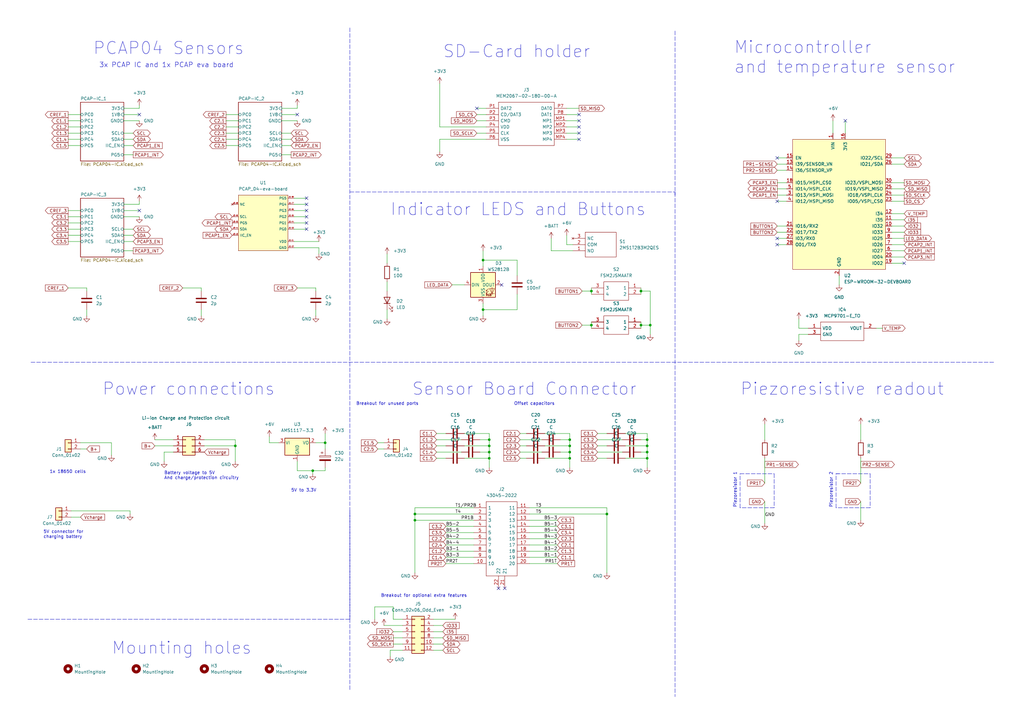
<source format=kicad_sch>
(kicad_sch (version 20211123) (generator eeschema)
  (paper "A3")
  (junction (at 200.66 187.96))
  (junction (at 233.68 187.96))
  (junction (at 265.43 182.88))
  (junction (at 233.68 182.88))
  (junction (at 262.89 133.35))
  (junction (at 265.43 180.34))
  (junction (at 170.18 213.36))
  (junction (at 233.68 185.42))
  (junction (at 262.89 119.38))
  (junction (at 96.52 182.88))
  (junction (at 248.92 210.82))
  (junction (at 200.66 185.42))
  (junction (at 266.7 133.35))
  (junction (at 200.66 180.34))
  (junction (at 233.68 180.34))
  (junction (at 133.35 181.61))
  (junction (at 265.43 185.42))
  (junction (at 198.12 127))
  (junction (at 128.27 193.04))
  (junction (at 198.12 106.68))
  (junction (at 265.43 187.96))
  (junction (at 170.18 210.82))
  (junction (at 200.66 182.88))
  (junction (at 242.57 133.35))
  (junction (at 242.57 119.38))
  (no_connect (at 205.74 116.84))
  (no_connect (at 318.77 82.55))
  (no_connect (at 346.71 49.53))
  (no_connect (at 318.77 64.77))
  (no_connect (at 318.77 97.79))
  (no_connect (at 318.77 100.33))
  (no_connect (at 237.49 54.61))
  (no_connect (at 237.49 57.15))
  (no_connect (at 237.49 52.07))
  (no_connect (at 237.49 49.53))
  (no_connect (at 121.92 46.99))
  (no_connect (at 57.15 46.99))
  (no_connect (at 57.15 86.36))
  (no_connect (at 237.49 46.99))
  (no_connect (at 195.58 44.45))
  (no_connect (at 125.73 93.98))
  (no_connect (at 125.73 83.82))
  (no_connect (at 125.73 81.28))
  (no_connect (at 125.73 91.44))
  (no_connect (at 125.73 88.9))
  (no_connect (at 125.73 86.36))
  (no_connect (at 370.84 107.95))
  (no_connect (at 207.01 241.3))
  (no_connect (at 204.47 241.3))
  (wire (pts (xy 327.66 139.7) (xy 327.66 137.16)))
  (wire (pts (xy 313.69 187.96) (xy 313.69 198.12)))
  (wire (pts (xy 27.94 118.11) (xy 35.56 118.11)))
  (wire (pts (xy 248.92 208.28) (xy 248.92 210.82)))
  (wire (pts (xy 133.35 184.15) (xy 133.35 181.61)))
  (wire (pts (xy 27.94 54.61) (xy 33.02 54.61)))
  (wire (pts (xy 198.12 106.68) (xy 198.12 109.22)))
  (wire (pts (xy 27.94 99.06) (xy 33.02 99.06)))
  (wire (pts (xy 318.77 95.25) (xy 322.58 95.25)))
  (wire (pts (xy 182.88 223.52) (xy 194.31 223.52)))
  (wire (pts (xy 50.8 88.9) (xy 57.15 88.9)))
  (polyline (pts (xy 342.9 208.28) (xy 342.9 194.31)))
  (polyline (pts (xy 356.87 194.31) (xy 356.87 208.28)))
  (wire (pts (xy 120.65 88.9) (xy 125.73 88.9)))
  (wire (pts (xy 120.65 91.44) (xy 125.73 91.44)))
  (wire (pts (xy 177.8 254) (xy 186.69 254)))
  (wire (pts (xy 318.77 69.85) (xy 322.58 69.85)))
  (wire (pts (xy 232.41 44.45) (xy 237.49 44.45)))
  (wire (pts (xy 217.17 215.9) (xy 228.6 215.9)))
  (wire (pts (xy 115.57 57.15) (xy 119.38 57.15)))
  (polyline (pts (xy 303.53 194.31) (xy 317.5 194.31)))
  (wire (pts (xy 229.87 180.34) (xy 233.68 180.34)))
  (wire (pts (xy 238.76 119.38) (xy 242.57 119.38)))
  (wire (pts (xy 133.35 177.8) (xy 133.35 181.61)))
  (polyline (pts (xy 342.9 194.31) (xy 356.87 194.31)))
  (wire (pts (xy 35.56 127) (xy 35.56 129.54)))
  (wire (pts (xy 198.12 127) (xy 198.12 129.54)))
  (wire (pts (xy 195.58 54.61) (xy 199.39 54.61)))
  (wire (pts (xy 96.52 182.88) (xy 96.52 180.34)))
  (wire (pts (xy 190.5 182.88) (xy 200.66 182.88)))
  (wire (pts (xy 161.29 264.16) (xy 165.1 264.16)))
  (wire (pts (xy 92.71 46.99) (xy 97.79 46.99)))
  (wire (pts (xy 256.54 177.8) (xy 265.43 177.8)))
  (wire (pts (xy 161.29 254) (xy 161.29 248.92)))
  (wire (pts (xy 232.41 54.61) (xy 237.49 54.61)))
  (wire (pts (xy 232.41 96.52) (xy 232.41 100.33)))
  (wire (pts (xy 233.68 187.96) (xy 233.68 191.77)))
  (wire (pts (xy 200.66 185.42) (xy 200.66 187.96)))
  (polyline (pts (xy 276.86 78.74) (xy 276.86 80.01)))
  (wire (pts (xy 92.71 52.07) (xy 97.79 52.07)))
  (wire (pts (xy 232.41 49.53) (xy 237.49 49.53)))
  (wire (pts (xy 365.76 67.31) (xy 370.84 67.31)))
  (wire (pts (xy 232.41 52.07) (xy 237.49 52.07)))
  (wire (pts (xy 179.07 180.34) (xy 189.23 180.34)))
  (wire (pts (xy 226.06 102.87) (xy 226.06 97.79)))
  (wire (pts (xy 265.43 187.96) (xy 265.43 191.77)))
  (polyline (pts (xy 317.5 208.28) (xy 303.53 208.28)))
  (polyline (pts (xy 143.51 78.74) (xy 276.86 78.74)))
  (wire (pts (xy 177.8 259.08) (xy 181.61 259.08)))
  (wire (pts (xy 120.65 83.82) (xy 125.73 83.82)))
  (wire (pts (xy 92.71 49.53) (xy 97.79 49.53)))
  (wire (pts (xy 365.76 100.33) (xy 370.84 100.33)))
  (wire (pts (xy 27.94 91.44) (xy 33.02 91.44)))
  (wire (pts (xy 121.92 193.04) (xy 128.27 193.04)))
  (wire (pts (xy 27.94 49.53) (xy 33.02 49.53)))
  (wire (pts (xy 248.92 210.82) (xy 248.92 234.95)))
  (wire (pts (xy 327.66 130.81) (xy 327.66 134.62)))
  (wire (pts (xy 33.02 184.15) (xy 35.56 184.15)))
  (wire (pts (xy 161.29 248.92) (xy 153.67 248.92)))
  (wire (pts (xy 232.41 57.15) (xy 237.49 57.15)))
  (wire (pts (xy 365.76 107.95) (xy 370.84 107.95)))
  (wire (pts (xy 115.57 59.69) (xy 119.38 59.69)))
  (polyline (pts (xy 143.51 254) (xy 143.51 209.55)))
  (wire (pts (xy 179.07 187.96) (xy 182.88 187.96)))
  (wire (pts (xy 182.88 215.9) (xy 194.31 215.9)))
  (wire (pts (xy 63.5 180.34) (xy 71.12 180.34)))
  (wire (pts (xy 318.77 82.55) (xy 322.58 82.55)))
  (wire (pts (xy 212.09 127) (xy 198.12 127)))
  (wire (pts (xy 262.89 180.34) (xy 265.43 180.34)))
  (wire (pts (xy 212.09 106.68) (xy 198.12 106.68)))
  (wire (pts (xy 180.34 62.23) (xy 180.34 57.15)))
  (wire (pts (xy 35.56 118.11) (xy 35.56 119.38)))
  (wire (pts (xy 170.18 213.36) (xy 170.18 234.95)))
  (wire (pts (xy 170.18 208.28) (xy 170.18 210.82)))
  (wire (pts (xy 182.88 226.06) (xy 194.31 226.06)))
  (wire (pts (xy 63.5 182.88) (xy 71.12 182.88)))
  (wire (pts (xy 262.89 133.35) (xy 266.7 133.35)))
  (polyline (pts (xy 303.53 208.28) (xy 303.53 194.31)))
  (wire (pts (xy 242.57 133.35) (xy 242.57 134.62)))
  (wire (pts (xy 92.71 54.61) (xy 97.79 54.61)))
  (wire (pts (xy 318.77 80.01) (xy 322.58 80.01)))
  (wire (pts (xy 365.76 92.71) (xy 370.84 92.71)))
  (wire (pts (xy 365.76 90.17) (xy 370.84 90.17)))
  (polyline (pts (xy 143.51 11.43) (xy 143.51 283.21)))
  (wire (pts (xy 266.7 133.35) (xy 266.7 137.16)))
  (wire (pts (xy 190.5 187.96) (xy 200.66 187.96)))
  (wire (pts (xy 265.43 177.8) (xy 265.43 180.34)))
  (wire (pts (xy 121.92 44.45) (xy 115.57 44.45)))
  (wire (pts (xy 359.41 134.62) (xy 361.95 134.62)))
  (wire (pts (xy 233.68 182.88) (xy 233.68 185.42)))
  (wire (pts (xy 115.57 63.5) (xy 119.38 63.5)))
  (polyline (pts (xy 356.87 208.28) (xy 342.9 208.28)))
  (wire (pts (xy 245.11 187.96) (xy 248.92 187.96)))
  (wire (pts (xy 177.8 256.54) (xy 181.61 256.54)))
  (wire (pts (xy 262.89 118.11) (xy 262.89 119.38)))
  (wire (pts (xy 195.58 46.99) (xy 199.39 46.99)))
  (wire (pts (xy 245.11 180.34) (xy 255.27 180.34)))
  (wire (pts (xy 265.43 180.34) (xy 265.43 182.88)))
  (wire (pts (xy 27.94 93.98) (xy 33.02 93.98)))
  (wire (pts (xy 129.54 118.11) (xy 129.54 119.38)))
  (wire (pts (xy 266.7 119.38) (xy 262.89 119.38)))
  (wire (pts (xy 128.27 193.04) (xy 128.27 194.31)))
  (wire (pts (xy 57.15 43.18) (xy 57.15 44.45)))
  (wire (pts (xy 353.06 173.99) (xy 353.06 180.34)))
  (wire (pts (xy 130.81 101.6) (xy 120.65 101.6)))
  (wire (pts (xy 266.7 119.38) (xy 266.7 133.35)))
  (wire (pts (xy 233.68 180.34) (xy 233.68 182.88)))
  (wire (pts (xy 177.8 261.62) (xy 181.61 261.62)))
  (wire (pts (xy 179.07 185.42) (xy 189.23 185.42)))
  (wire (pts (xy 83.82 182.88) (xy 96.52 182.88)))
  (wire (pts (xy 245.11 182.88) (xy 248.92 182.88)))
  (wire (pts (xy 265.43 182.88) (xy 265.43 185.42)))
  (wire (pts (xy 153.67 248.92) (xy 153.67 254)))
  (wire (pts (xy 182.88 228.6) (xy 194.31 228.6)))
  (wire (pts (xy 200.66 180.34) (xy 200.66 182.88)))
  (wire (pts (xy 29.21 212.09) (xy 33.02 212.09)))
  (wire (pts (xy 217.17 231.14) (xy 228.6 231.14)))
  (wire (pts (xy 213.36 187.96) (xy 215.9 187.96)))
  (wire (pts (xy 245.11 185.42) (xy 255.27 185.42)))
  (wire (pts (xy 346.71 49.53) (xy 346.71 54.61)))
  (wire (pts (xy 365.76 97.79) (xy 370.84 97.79)))
  (wire (pts (xy 213.36 180.34) (xy 222.25 180.34)))
  (wire (pts (xy 313.69 205.74) (xy 313.69 214.63)))
  (wire (pts (xy 120.65 93.98) (xy 125.73 93.98)))
  (wire (pts (xy 121.92 43.18) (xy 121.92 44.45)))
  (wire (pts (xy 92.71 57.15) (xy 97.79 57.15)))
  (wire (pts (xy 318.77 74.93) (xy 322.58 74.93)))
  (wire (pts (xy 133.35 181.61) (xy 129.54 181.61)))
  (wire (pts (xy 327.66 137.16) (xy 331.47 137.16)))
  (wire (pts (xy 82.55 127) (xy 82.55 129.54)))
  (wire (pts (xy 196.85 185.42) (xy 200.66 185.42)))
  (wire (pts (xy 129.54 127) (xy 129.54 129.54)))
  (wire (pts (xy 120.65 86.36) (xy 125.73 86.36)))
  (wire (pts (xy 50.8 96.52) (xy 54.61 96.52)))
  (wire (pts (xy 50.8 54.61) (xy 54.61 54.61)))
  (wire (pts (xy 27.94 59.69) (xy 33.02 59.69)))
  (wire (pts (xy 262.89 185.42) (xy 265.43 185.42)))
  (wire (pts (xy 33.02 181.61) (xy 45.72 181.61)))
  (wire (pts (xy 365.76 102.87) (xy 370.84 102.87)))
  (wire (pts (xy 165.1 254) (xy 161.29 254)))
  (wire (pts (xy 256.54 182.88) (xy 265.43 182.88)))
  (wire (pts (xy 318.77 92.71) (xy 322.58 92.71)))
  (wire (pts (xy 170.18 210.82) (xy 170.18 213.36)))
  (wire (pts (xy 110.49 179.07) (xy 110.49 181.61)))
  (wire (pts (xy 50.8 93.98) (xy 54.61 93.98)))
  (wire (pts (xy 67.31 185.42) (xy 71.12 185.42)))
  (wire (pts (xy 195.58 44.45) (xy 199.39 44.45)))
  (wire (pts (xy 57.15 83.82) (xy 50.8 83.82)))
  (wire (pts (xy 200.66 177.8) (xy 200.66 180.34)))
  (wire (pts (xy 182.88 220.98) (xy 194.31 220.98)))
  (wire (pts (xy 177.8 264.16) (xy 181.61 264.16)))
  (wire (pts (xy 262.89 119.38) (xy 262.89 120.65)))
  (wire (pts (xy 115.57 46.99) (xy 121.92 46.99)))
  (wire (pts (xy 160.02 266.7) (xy 165.1 266.7)))
  (wire (pts (xy 217.17 223.52) (xy 228.6 223.52)))
  (wire (pts (xy 120.65 81.28) (xy 125.73 81.28)))
  (wire (pts (xy 50.8 86.36) (xy 57.15 86.36)))
  (wire (pts (xy 256.54 187.96) (xy 265.43 187.96)))
  (wire (pts (xy 180.34 34.29) (xy 180.34 52.07)))
  (wire (pts (xy 161.29 259.08) (xy 165.1 259.08)))
  (wire (pts (xy 57.15 82.55) (xy 57.15 83.82)))
  (wire (pts (xy 160.02 269.24) (xy 160.02 266.7)))
  (wire (pts (xy 92.71 59.69) (xy 97.79 59.69)))
  (polyline (pts (xy 12.7 148.59) (xy 407.67 148.59)))
  (wire (pts (xy 27.94 96.52) (xy 33.02 96.52)))
  (wire (pts (xy 158.75 104.14) (xy 158.75 107.95)))
  (wire (pts (xy 158.75 127) (xy 158.75 130.81)))
  (wire (pts (xy 365.76 105.41) (xy 370.84 105.41)))
  (wire (pts (xy 195.58 49.53) (xy 199.39 49.53)))
  (wire (pts (xy 245.11 177.8) (xy 248.92 177.8)))
  (wire (pts (xy 353.06 187.96) (xy 353.06 198.12)))
  (wire (pts (xy 223.52 177.8) (xy 233.68 177.8)))
  (wire (pts (xy 318.77 100.33) (xy 322.58 100.33)))
  (wire (pts (xy 198.12 124.46) (xy 198.12 127)))
  (wire (pts (xy 242.57 118.11) (xy 242.57 119.38)))
  (wire (pts (xy 242.57 132.08) (xy 242.57 133.35)))
  (wire (pts (xy 365.76 64.77) (xy 370.84 64.77)))
  (wire (pts (xy 182.88 218.44) (xy 194.31 218.44)))
  (wire (pts (xy 344.17 113.03) (xy 344.17 116.84)))
  (wire (pts (xy 27.94 52.07) (xy 33.02 52.07)))
  (wire (pts (xy 157.48 256.54) (xy 165.1 256.54)))
  (wire (pts (xy 223.52 187.96) (xy 233.68 187.96)))
  (wire (pts (xy 180.34 57.15) (xy 199.39 57.15)))
  (wire (pts (xy 180.34 52.07) (xy 199.39 52.07)))
  (wire (pts (xy 50.8 46.99) (xy 57.15 46.99)))
  (wire (pts (xy 365.76 82.55) (xy 370.84 82.55)))
  (wire (pts (xy 133.35 191.77) (xy 133.35 193.04)))
  (wire (pts (xy 27.94 57.15) (xy 33.02 57.15)))
  (wire (pts (xy 121.92 118.11) (xy 129.54 118.11)))
  (wire (pts (xy 200.66 182.88) (xy 200.66 185.42)))
  (wire (pts (xy 262.89 132.08) (xy 262.89 133.35)))
  (wire (pts (xy 57.15 44.45) (xy 50.8 44.45)))
  (wire (pts (xy 233.68 185.42) (xy 233.68 187.96)))
  (wire (pts (xy 242.57 119.38) (xy 242.57 120.65)))
  (wire (pts (xy 223.52 182.88) (xy 233.68 182.88)))
  (wire (pts (xy 212.09 113.03) (xy 212.09 106.68)))
  (wire (pts (xy 45.72 181.61) (xy 45.72 186.69)))
  (wire (pts (xy 130.81 104.14) (xy 130.81 101.6)))
  (wire (pts (xy 115.57 49.53) (xy 121.92 49.53)))
  (wire (pts (xy 217.17 218.44) (xy 228.6 218.44)))
  (wire (pts (xy 50.8 63.5) (xy 54.61 63.5)))
  (wire (pts (xy 74.93 118.11) (xy 82.55 118.11)))
  (wire (pts (xy 365.76 77.47) (xy 370.84 77.47)))
  (wire (pts (xy 365.76 87.63) (xy 370.84 87.63)))
  (wire (pts (xy 229.87 185.42) (xy 233.68 185.42)))
  (wire (pts (xy 232.41 46.99) (xy 237.49 46.99)))
  (wire (pts (xy 200.66 187.96) (xy 200.66 191.77)))
  (wire (pts (xy 182.88 231.14) (xy 194.31 231.14)))
  (wire (pts (xy 196.85 180.34) (xy 200.66 180.34)))
  (wire (pts (xy 27.94 46.99) (xy 33.02 46.99)))
  (wire (pts (xy 213.36 182.88) (xy 215.9 182.88)))
  (wire (pts (xy 217.17 213.36) (xy 228.6 213.36)))
  (wire (pts (xy 365.76 74.93) (xy 370.84 74.93)))
  (wire (pts (xy 198.12 102.87) (xy 198.12 106.68)))
  (wire (pts (xy 262.89 133.35) (xy 262.89 134.62)))
  (wire (pts (xy 265.43 185.42) (xy 265.43 187.96)))
  (wire (pts (xy 217.17 208.28) (xy 248.92 208.28)))
  (wire (pts (xy 318.77 77.47) (xy 322.58 77.47)))
  (wire (pts (xy 50.8 59.69) (xy 54.61 59.69)))
  (wire (pts (xy 213.36 177.8) (xy 215.9 177.8)))
  (wire (pts (xy 365.76 80.01) (xy 370.84 80.01)))
  (wire (pts (xy 341.63 49.53) (xy 341.63 54.61)))
  (wire (pts (xy 27.94 86.36) (xy 33.02 86.36)))
  (wire (pts (xy 53.34 209.55) (xy 53.34 210.82)))
  (wire (pts (xy 110.49 181.61) (xy 114.3 181.61)))
  (wire (pts (xy 313.69 173.99) (xy 313.69 180.34)))
  (wire (pts (xy 67.31 189.23) (xy 67.31 185.42)))
  (wire (pts (xy 177.8 266.7) (xy 181.61 266.7)))
  (wire (pts (xy 120.65 99.06) (xy 130.81 99.06)))
  (wire (pts (xy 50.8 57.15) (xy 54.61 57.15)))
  (wire (pts (xy 318.77 64.77) (xy 322.58 64.77)))
  (wire (pts (xy 234.95 100.33) (xy 232.41 100.33)))
  (wire (pts (xy 133.35 193.04) (xy 128.27 193.04)))
  (wire (pts (xy 318.77 67.31) (xy 322.58 67.31)))
  (wire (pts (xy 170.18 213.36) (xy 194.31 213.36)))
  (wire (pts (xy 82.55 118.11) (xy 82.55 119.38)))
  (wire (pts (xy 238.76 133.35) (xy 242.57 133.35)))
  (wire (pts (xy 50.8 102.87) (xy 54.61 102.87)))
  (wire (pts (xy 154.94 184.15) (xy 157.48 184.15)))
  (wire (pts (xy 96.52 189.23) (xy 96.52 182.88)))
  (wire (pts (xy 327.66 134.62) (xy 331.47 134.62)))
  (polyline (pts (xy 276.86 12.7) (xy 276.86 285.75)))
  (wire (pts (xy 27.94 88.9) (xy 33.02 88.9)))
  (wire (pts (xy 170.18 208.28) (xy 194.31 208.28)))
  (wire (pts (xy 50.8 49.53) (xy 57.15 49.53)))
  (wire (pts (xy 29.21 209.55) (xy 53.34 209.55)))
  (polyline (pts (xy 342.9 194.31) (xy 344.17 194.31)))
  (wire (pts (xy 154.94 181.61) (xy 157.48 181.61)))
  (wire (pts (xy 213.36 185.42) (xy 222.25 185.42)))
  (wire (pts (xy 158.75 115.57) (xy 158.75 119.38)))
  (wire (pts (xy 190.5 177.8) (xy 200.66 177.8)))
  (wire (pts (xy 217.17 226.06) (xy 228.6 226.06)))
  (wire (pts (xy 50.8 99.06) (xy 54.61 99.06)))
  (wire (pts (xy 179.07 182.88) (xy 182.88 182.88)))
  (wire (pts (xy 185.42 116.84) (xy 190.5 116.84)))
  (wire (pts (xy 170.18 210.82) (xy 194.31 210.82)))
  (wire (pts (xy 318.77 97.79) (xy 322.58 97.79)))
  (wire (pts (xy 161.29 261.62) (xy 165.1 261.62)))
  (wire (pts (xy 365.76 95.25) (xy 370.84 95.25)))
  (wire (pts (xy 233.68 177.8) (xy 233.68 180.34)))
  (wire (pts (xy 121.92 189.23) (xy 121.92 193.04)))
  (wire (pts (xy 212.09 120.65) (xy 212.09 127)))
  (polyline (pts (xy 317.5 194.31) (xy 317.5 208.28)))
  (polyline (pts (xy 11.43 254) (xy 143.51 254)))
  (wire (pts (xy 217.17 220.98) (xy 228.6 220.98)))
  (wire (pts (xy 179.07 177.8) (xy 182.88 177.8)))
  (wire (pts (xy 217.17 228.6) (xy 228.6 228.6)))
  (wire (pts (xy 248.92 210.82) (xy 217.17 210.82)))
  (wire (pts (xy 96.52 180.34) (xy 83.82 180.34)))
  (wire (pts (xy 115.57 54.61) (xy 119.38 54.61)))
  (wire (pts (xy 226.06 102.87) (xy 234.95 102.87)))
  (wire (pts (xy 353.06 205.74) (xy 353.06 213.36)))
  (text "Power connections" (at 41.91 162.56 0) (effects (font (size 5 5)) (justify left bottom)))
  (text "Mounting holes\n\n" (at 45.72 276.86 0) (effects (font (size 5 5)) (justify left bottom)))
  (text "Breakout for unused ports" (at 146.05 166.37 0) (effects (font (size 1.27 1.27)) (justify left bottom)))
  (text "Indicator LEDS and Buttons" (at 160.02 88.9 0) (effects (font (size 5 5)) (justify left bottom)))
  (text "5V to 3.3V" (at 119.38 201.93 0) (effects (font (size 1.27 1.27)) (justify left bottom)))
  (text "Battery voltage to 5V\nAnd charge/protection circuitry" (at 67.31 196.85 0) (effects (font (size 1.27 1.27)) (justify left bottom)))
  (text "Offset capacitors" (at 210.82 166.37 0) (effects (font (size 1.27 1.27)) (justify left bottom)))
  (text "5V connector for\ncharging battery" (at 17.78 220.98 0) (effects (font (size 1.27 1.27)) (justify left bottom)))
  (text "1x 18650 cells" (at 20.32 194.31 0) (effects (font (size 1.27 1.27)) (justify left bottom)))
  (text "Piezoresistor 1" (at 302.26 208.28 90) (effects (font (size 1.27 1.27)) (justify left bottom)))
  (text "Sensor Board Connector" (at 168.91 162.56 0) (effects (font (size 5 5)) (justify left bottom)))
  (text "PCAP04 Sensors" (at 38.1 22.86 0) (effects (font (size 5 5)) (justify left bottom)))
  (text "SD-Card holder" (at 181.61 24.13 0) (effects (font (size 5 5)) (justify left bottom)))
  (text "Breakout for optional extra features" (at 156.21 245.11 0) (effects (font (size 1.27 1.27)) (justify left bottom)))
  (text "Piezoresistive readout" (at 303.53 162.56 0) (effects (font (size 5 5)) (justify left bottom)))
  (text "3x PCAP IC and 1x PCAP eva board" (at 40.64 27.94 0) (effects (font (size 2 2)) (justify left bottom)))
  (text "Piezoresistor 2" (at 341.63 208.28 90) (effects (font (size 1.27 1.27)) (justify left bottom)))
  (text "Microcontroller\nand temperature sensor" (at 300.99 30.48 0) (effects (font (size 5 5)) (justify left bottom)))
  (label "PR2T" (at 182.88 231.14 0))
  (label "B4-1" (at 228.6 223.52 180))
  (label "T4" (at 186.69 210.82 0))
  (label "B1-1" (at 228.6 228.6 180))
  (label "B4-4" (at 182.88 223.52 0))
  (label "T3" (at 219.71 208.28 0))
  (label "PR1T" (at 223.52 231.14 0))
  (label "B4-3" (at 228.6 220.98 180))
  (label "B4-2" (at 182.88 220.98 0))
  (label "PR1B" (at 194.31 213.36 180))
  (label "T5" (at 219.71 210.82 0))
  (label "B3-1" (at 182.88 226.06 0))
  (label "GND" (at 313.69 212.09 0))
  (label "B3-2" (at 228.6 226.06 180))
  (label "B5-1" (at 228.6 215.9 180))
  (label "B5-5" (at 182.88 218.44 0))
  (label "B5-4" (at 228.6 218.44 180))
  (label "B5-2" (at 182.88 215.9 0))
  (label "T1{slash}PR2B" (at 186.69 208.28 0))
  (label "B3-3" (at 182.88 228.6 0))
  (label "B5-3" (at 228.6 213.36 180))
  (global_label "C3.2" (shape input) (at 182.88 215.9 180) (property "Intersheet References" "${INTERSHEET_REFS}" (effects hide)))
  (global_label "IO33" (shape input) (at 370.84 95.25 0) (property "Intersheet References" "${INTERSHEET_REFS}" (effects hide)))
  (global_label "C1.2" (shape input) (at 179.07 180.34 180) (property "Intersheet References" "${INTERSHEET_REFS}" (effects hide)))
  (global_label "PCAP3_INT" (shape output) (at 54.61 102.87 0) (property "Intersheet References" "${INTERSHEET_REFS}" (effects hide)))
  (global_label "SDA" (shape bidirectional) (at 54.61 96.52 0) (property "Intersheet References" "${INTERSHEET_REFS}" (effects hide)))
  (global_label "C3.2" (shape input) (at 245.11 180.34 180) (property "Intersheet References" "${INTERSHEET_REFS}" (effects hide)))
  (global_label "C2.2" (shape input) (at 182.88 220.98 180) (property "Intersheet References" "${INTERSHEET_REFS}" (effects hide)))
  (global_label "C2.1" (shape output) (at 92.71 49.53 180) (property "Intersheet References" "${INTERSHEET_REFS}" (effects hide)))
  (global_label "C1.4" (shape input) (at 179.07 185.42 180) (property "Intersheet References" "${INTERSHEET_REFS}" (effects hide)))
  (global_label "CREF_3" (shape input) (at 121.92 118.11 180) (property "Intersheet References" "${INTERSHEET_REFS}" (effects hide)))
  (global_label "SD_MISO" (shape input) (at 370.84 77.47 0) (property "Intersheet References" "${INTERSHEET_REFS}" (effects hide)))
  (global_label "PCAP2_EN" (shape input) (at 119.38 59.69 0) (property "Intersheet References" "${INTERSHEET_REFS}" (effects hide)))
  (global_label "PR1T" (shape input) (at 313.69 198.12 180) (property "Intersheet References" "${INTERSHEET_REFS}" (effects hide)))
  (global_label "PCAP3_INT" (shape input) (at 370.84 105.41 0) (property "Intersheet References" "${INTERSHEET_REFS}" (effects hide)))
  (global_label "C2.4" (shape output) (at 92.71 57.15 180) (property "Intersheet References" "${INTERSHEET_REFS}" (effects hide)))
  (global_label "SD_MISO" (shape input) (at 181.61 261.62 0) (property "Intersheet References" "${INTERSHEET_REFS}" (effects hide)))
  (global_label "V_TEMP" (shape output) (at 361.95 134.62 0) (property "Intersheet References" "${INTERSHEET_REFS}" (effects hide)))
  (global_label "C1.5" (shape input) (at 154.94 181.61 180) (property "Intersheet References" "${INTERSHEET_REFS}" (effects hide)))
  (global_label "PR1-SENSE" (shape input) (at 318.77 67.31 180) (property "Intersheet References" "${INTERSHEET_REFS}" (effects hide)))
  (global_label "Vcharge" (shape input) (at 83.82 185.42 0) (property "Intersheet References" "${INTERSHEET_REFS}" (effects hide)))
  (global_label "SDA" (shape bidirectional) (at 54.61 57.15 0) (property "Intersheet References" "${INTERSHEET_REFS}" (effects hide)))
  (global_label "I35" (shape input) (at 181.61 259.08 0) (property "Intersheet References" "${INTERSHEET_REFS}" (effects hide)))
  (global_label "PCAP1_EN" (shape input) (at 95.25 96.52 180) (property "Intersheet References" "${INTERSHEET_REFS}" (effects hide)))
  (global_label "C3.3" (shape output) (at 27.94 93.98 180) (property "Intersheet References" "${INTERSHEET_REFS}" (effects hide)))
  (global_label "C2.1" (shape input) (at 228.6 223.52 0) (property "Intersheet References" "${INTERSHEET_REFS}" (effects hide)))
  (global_label "C2.3" (shape output) (at 92.71 54.61 180) (property "Intersheet References" "${INTERSHEET_REFS}" (effects hide)))
  (global_label "SCL" (shape bidirectional) (at 370.84 64.77 0) (property "Intersheet References" "${INTERSHEET_REFS}" (effects hide)))
  (global_label "PR2-SENSE" (shape output) (at 353.06 190.5 0) (property "Intersheet References" "${INTERSHEET_REFS}" (effects hide)))
  (global_label "PR2-SENSE" (shape input) (at 318.77 69.85 180) (property "Intersheet References" "${INTERSHEET_REFS}" (effects hide)))
  (global_label "PCAP2_INT" (shape output) (at 119.38 63.5 0) (property "Intersheet References" "${INTERSHEET_REFS}" (effects hide)))
  (global_label "SD_CS" (shape output) (at 370.84 82.55 0) (property "Intersheet References" "${INTERSHEET_REFS}" (effects hide)))
  (global_label "BUTTON1" (shape input) (at 318.77 92.71 180) (property "Intersheet References" "${INTERSHEET_REFS}" (effects hide)))
  (global_label "SD_MOSI" (shape output) (at 370.84 74.93 0) (property "Intersheet References" "${INTERSHEET_REFS}" (effects hide)))
  (global_label "GND" (shape input) (at 353.06 205.74 180) (property "Intersheet References" "${INTERSHEET_REFS}" (effects hide)))
  (global_label "PCAP1_INT" (shape output) (at 54.61 63.5 0) (property "Intersheet References" "${INTERSHEET_REFS}" (effects hide)))
  (global_label "C3.1" (shape output) (at 27.94 88.9 180) (property "Intersheet References" "${INTERSHEET_REFS}" (effects hide)))
  (global_label "BUTTON1" (shape input) (at 238.76 119.38 180) (property "Intersheet References" "${INTERSHEET_REFS}" (effects hide)))
  (global_label "C2.2" (shape input) (at 213.36 180.34 180) (property "Intersheet References" "${INTERSHEET_REFS}" (effects hide)))
  (global_label "C1.3" (shape input) (at 179.07 182.88 180) (property "Intersheet References" "${INTERSHEET_REFS}" (effects hide)))
  (global_label "C2.3" (shape input) (at 213.36 182.88 180) (property "Intersheet References" "${INTERSHEET_REFS}" (effects hide)))
  (global_label "PR2T" (shape input) (at 353.06 198.12 180) (property "Intersheet References" "${INTERSHEET_REFS}" (effects hide)))
  (global_label "C2.5" (shape output) (at 92.71 59.69 180) (property "Intersheet References" "${INTERSHEET_REFS}" (effects hide)))
  (global_label "C3.4" (shape input) (at 245.11 185.42 180) (property "Intersheet References" "${INTERSHEET_REFS}" (effects hide)))
  (global_label "SCL" (shape bidirectional) (at 54.61 93.98 0) (property "Intersheet References" "${INTERSHEET_REFS}" (effects hide)))
  (global_label "CREF_2" (shape input) (at 74.93 118.11 180) (property "Intersheet References" "${INTERSHEET_REFS}" (effects hide)))
  (global_label "SCL" (shape bidirectional) (at 119.38 54.61 0) (property "Intersheet References" "${INTERSHEET_REFS}" (effects hide)))
  (global_label "C3.5" (shape input) (at 245.11 187.96 180) (property "Intersheet References" "${INTERSHEET_REFS}" (effects hide)))
  (global_label "C2.3" (shape input) (at 228.6 220.98 0) (property "Intersheet References" "${INTERSHEET_REFS}" (effects hide)))
  (global_label "CREF_2" (shape output) (at 92.71 46.99 180) (property "Intersheet References" "${INTERSHEET_REFS}" (effects hide)))
  (global_label "C3.4" (shape input) (at 228.6 218.44 0) (property "Intersheet References" "${INTERSHEET_REFS}" (effects hide)))
  (global_label "C3.5" (shape input) (at 182.88 218.44 180) (property "Intersheet References" "${INTERSHEET_REFS}" (effects hide)))
  (global_label "PR1-SENSE" (shape output) (at 313.69 190.5 0) (property "Intersheet References" "${INTERSHEET_REFS}" (effects hide)))
  (global_label "PCAP1_INT" (shape input) (at 370.84 102.87 0) (property "Intersheet References" "${INTERSHEET_REFS}" (effects hide)))
  (global_label "PCAP3_EN" (shape input) (at 54.61 99.06 0) (property "Intersheet References" "${INTERSHEET_REFS}" (effects hide)))
  (global_label "C3.3" (shape input) (at 245.11 182.88 180) (property "Intersheet References" "${INTERSHEET_REFS}" (effects hide)))
  (global_label "I35" (shape input) (at 370.84 90.17 0) (property "Intersheet References" "${INTERSHEET_REFS}" (effects hide)))
  (global_label "C2.1" (shape input) (at 213.36 177.8 180) (property "Intersheet References" "${INTERSHEET_REFS}" (effects hide)))
  (global_label "C1.1" (shape input) (at 179.07 177.8 180) (property "Intersheet References" "${INTERSHEET_REFS}" (effects hide)))
  (global_label "IO33" (shape input) (at 181.61 256.54 0) (property "Intersheet References" "${INTERSHEET_REFS}" (effects hide)))
  (global_label "C1.4" (shape output) (at 27.94 57.15 180) (property "Intersheet References" "${INTERSHEET_REFS}" (effects hide)))
  (global_label "SDA" (shape bidirectional) (at 370.84 67.31 0) (property "Intersheet References" "${INTERSHEET_REFS}" (effects hide)))
  (global_label "CREF_1" (shape input) (at 27.94 118.11 180) (property "Intersheet References" "${INTERSHEET_REFS}" (effects hide)))
  (global_label "IO32" (shape input) (at 161.29 259.08 180) (property "Intersheet References" "${INTERSHEET_REFS}" (effects hide)))
  (global_label "C2.4" (shape input) (at 213.36 185.42 180) (property "Intersheet References" "${INTERSHEET_REFS}" (effects hide)))
  (global_label "V_TEMP" (shape input) (at 370.84 87.63 0) (property "Intersheet References" "${INTERSHEET_REFS}" (effects hide)))
  (global_label "LED_DATA" (shape input) (at 185.42 116.84 180) (property "Intersheet References" "${INTERSHEET_REFS}" (effects hide)))
  (global_label "SD_SCLK" (shape output) (at 161.29 264.16 180) (property "Intersheet References" "${INTERSHEET_REFS}" (effects hide)))
  (global_label "C2.5" (shape input) (at 154.94 184.15 180) (property "Intersheet References" "${INTERSHEET_REFS}" (effects hide)))
  (global_label "Vcharge" (shape input) (at 33.02 212.09 0) (property "Intersheet References" "${INTERSHEET_REFS}" (effects hide)))
  (global_label "C1.5" (shape input) (at 179.07 187.96 180) (property "Intersheet References" "${INTERSHEET_REFS}" (effects hide)))
  (global_label "C2.5" (shape input) (at 213.36 187.96 180) (property "Intersheet References" "${INTERSHEET_REFS}" (effects hide)))
  (global_label "GND" (shape input) (at 313.69 205.74 180) (property "Intersheet References" "${INTERSHEET_REFS}" (effects hide)))
  (global_label "C1.1" (shape output) (at 27.94 49.53 180) (property "Intersheet References" "${INTERSHEET_REFS}" (effects hide)))
  (global_label "C3.1" (shape input) (at 245.11 177.8 180) (property "Intersheet References" "${INTERSHEET_REFS}" (effects hide)))
  (global_label "CREF_3" (shape output) (at 27.94 86.36 180) (property "Intersheet References" "${INTERSHEET_REFS}" (effects hide)))
  (global_label "PCAP1_INT" (shape output) (at 95.25 91.44 180) (property "Intersheet References" "${INTERSHEET_REFS}" (effects hide)))
  (global_label "C3.3" (shape input) (at 228.6 213.36 0) (property "Intersheet References" "${INTERSHEET_REFS}" (effects hide)))
  (global_label "C1.1" (shape input) (at 228.6 228.6 0) (property "Intersheet References" "${INTERSHEET_REFS}" (effects hide)))
  (global_label "SD_MOSI" (shape input) (at 195.58 49.53 180) (property "Intersheet References" "${INTERSHEET_REFS}" (effects hide)))
  (global_label "C1.3" (shape input) (at 228.6 226.06 0) (property "Intersheet References" "${INTERSHEET_REFS}" (effects hide)))
  (global_label "CREF_1" (shape output) (at 27.94 46.99 180) (property "Intersheet References" "${INTERSHEET_REFS}" (effects hide)))
  (global_label "C2.2" (shape output) (at 92.71 52.07 180) (property "Intersheet References" "${INTERSHEET_REFS}" (effects hide)))
  (global_label "PCAP1_EN" (shape input) (at 54.61 59.69 0) (property "Intersheet References" "${INTERSHEET_REFS}" (effects hide)))
  (global_label "PR2T" (shape input) (at 182.88 231.14 180) (property "Intersheet References" "${INTERSHEET_REFS}" (effects hide)))
  (global_label "IO32" (shape input) (at 370.84 92.71 0) (property "Intersheet References" "${INTERSHEET_REFS}" (effects hide)))
  (global_label "SDA" (shape bidirectional) (at 119.38 57.15 0) (property "Intersheet References" "${INTERSHEET_REFS}" (effects hide)))
  (global_label "C3.1" (shape input) (at 228.6 215.9 0) (property "Intersheet References" "${INTERSHEET_REFS}" (effects hide)))
  (global_label "PCAP2_INT" (shape input) (at 370.84 100.33 0) (property "Intersheet References" "${INTERSHEET_REFS}" (effects hide)))
  (global_label "SDA" (shape bidirectional) (at 95.25 93.98 180) (property "Intersheet References" "${INTERSHEET_REFS}" (effects hide)))
  (global_label "C1.5" (shape output) (at 27.94 59.69 180) (property "Intersheet References" "${INTERSHEET_REFS}" (effects hide)))
  (global_label "SCL" (shape bidirectional) (at 95.25 88.9 180) (property "Intersheet References" "${INTERSHEET_REFS}" (effects hide)))
  (global_label "C1.4" (shape input) (at 182.88 228.6 180) (property "Intersheet References" "${INTERSHEET_REFS}" (effects hide)))
  (global_label "SCL" (shape bidirectional) (at 54.61 54.61 0) (property "Intersheet References" "${INTERSHEET_REFS}" (effects hide)))
  (global_label "SD_CS" (shape input) (at 195.58 46.99 180) (property "Intersheet References" "${INTERSHEET_REFS}" (effects hide)))
  (global_label "B+" (shape input) (at 63.5 182.88 180) (property "Intersheet References" "${INTERSHEET_REFS}" (effects hide)))
  (global_label "C1.3" (shape output) (at 27.94 54.61 180) (property "Intersheet References" "${INTERSHEET_REFS}" (effects hide)))
  (global_label "C1.2" (shape input) (at 182.88 226.06 180) (property "Intersheet References" "${INTERSHEET_REFS}" (effects hide)))
  (global_label "C2.4" (shape input) (at 182.88 223.52 180) (property "Intersheet References" "${INTERSHEET_REFS}" (effects hide)))
  (global_label "PCAP3_EN" (shape output) (at 318.77 74.93 180) (property "Intersheet References" "${INTERSHEET_REFS}" (effects hide)))
  (global_label "C1.2" (shape output) (at 27.94 52.07 180) (property "Intersheet References" "${INTERSHEET_REFS}" (effects hide)))
  (global_label "SD_SCLK" (shape input) (at 195.58 54.61 180) (property "Intersheet References" "${INTERSHEET_REFS}" (effects hide)))
  (global_label "BUTTON2" (shape input) (at 238.76 133.35 180) (property "Intersheet References" "${INTERSHEET_REFS}" (effects hide)))
  (global_label "BUTTON2" (shape input) (at 318.77 95.25 180) (property "Intersheet References" "${INTERSHEET_REFS}" (effects hide)))
  (global_label "SCL" (shape bidirectional) (at 181.61 266.7 0) (property "Intersheet References" "${INTERSHEET_REFS}" (effects hide)))
  (global_label "SD_SCLK" (shape output) (at 370.84 80.01 0) (property "Intersheet References" "${INTERSHEET_REFS}" (effects hide)))
  (global_label "SDA" (shape bidirectional) (at 181.61 264.16 0) (property "Intersheet References" "${INTERSHEET_REFS}" (effects hide)))
  (global_label "C3.2" (shape output) (at 27.94 91.44 180) (property "Intersheet References" "${INTERSHEET_REFS}" (effects hide)))
  (global_label "PR1T" (shape input) (at 228.6 231.14 0) (property "Intersheet References" "${INTERSHEET_REFS}" (effects hide)))
  (global_label "LED_DATA" (shape output) (at 370.84 97.79 0) (property "Intersheet References" "${INTERSHEET_REFS}" (effects hide)))
  (global_label "PCAP1_EN" (shape output) (at 318.77 80.01 180) (property "Intersheet References" "${INTERSHEET_REFS}" (effects hide)))
  (global_label "C3.5" (shape output) (at 27.94 99.06 180) (property "Intersheet References" "${INTERSHEET_REFS}" (effects hide)))
  (global_label "PCAP2_EN" (shape output) (at 318.77 77.47 180) (property "Intersheet References" "${INTERSHEET_REFS}" (effects hide)))
  (global_label "C3.4" (shape output) (at 27.94 96.52 180) (property "Intersheet References" "${INTERSHEET_REFS}" (effects hide)))
  (global_label "SD_MISO" (shape output) (at 237.49 44.45 0) (property "Intersheet References" "${INTERSHEET_REFS}" (effects hide)))
  (global_label "SD_MOSI" (shape output) (at 161.29 261.62 180) (property "Intersheet References" "${INTERSHEET_REFS}" (effects hide)))
  (global_label "B+" (shape input) (at 35.56 184.15 0) (property "Intersheet References" "${INTERSHEET_REFS}" (effects hide)))
  (symbol (lib_id "power:+3V3") (at 180.34 34.29 0) (unit 1)
    (property "Reference" "#PWR020" (effects hide))
    (property "Value" "+3V3" (at 180.34 29.21 0))
  )
  (symbol (lib_id "power:+BATT") (at 63.5 180.34 0) (unit 1)
    (property "Reference" "#PWR011" (effects hide))
    (property "Value" "+BATT" (at 63.5 175.26 0))
  )
  (symbol (lib_id "Device:C") (at 226.06 185.42 270) (unit 1)
    (property "Reference" "C24" (at 226.06 177.8 90))
    (property "Value" "C" (at 226.06 180.34 90))
    (property "Footprint" "Capacitor_SMD:C_0603_1608Metric_Pad1.08x0.95mm_HandSolder" (effects hide))
  )
  (symbol (lib_id "power:GND") (at 45.72 186.69 0) (unit 1)
    (property "Reference" "#PWR06" (effects hide))
    (property "Value" "GND" (at 41.91 187.96 0))
  )
  (symbol (lib_id "power:GND") (at 129.54 129.54 0) (unit 1)
    (property "Reference" "#PWR016" (effects hide))
    (property "Value" "GND" (at 125.73 130.81 0))
  )
  (symbol (lib_id "power:+3V3") (at 198.12 102.87 0) (unit 1)
    (property "Reference" "#PWR022" (effects hide))
    (property "Value" "+3V3" (at 200.66 101.5999 0) (effects (justify left)))
  )
  (symbol (lib_id "power:GND") (at 353.06 213.36 0) (unit 1)
    (property "Reference" "#PWR034" (effects hide))
    (property "Value" "GND" (at 349.25 214.63 0))
  )
  (symbol (lib_id "SymbolLib:FSM2JSMAATR") (at 242.57 118.11 0) (unit 1)
    (property "Reference" "S2" (at 252.73 110.49 0))
    (property "Value" "FSM2JSMAATR" (at 252.73 113.03 0))
    (property "Footprint" "FootrpintLib:FSM2J_1" (effects hide))
    (property "Datasheet" "http://www.te.com/commerce/DocumentDelivery/DDEController?Action=showdoc&DocId=Customer+Drawing%7F2-1437565-7%7FV%7Fpdf%7FEnglish%7FENG_CD_2-1437565-7_V.pdf%7F2-1437565-9" (effects hide))
    (property "Description" "Tactile switch,SMT,SPST,raised white act" (effects hide))
    (property "Mouser Part Number" "506-FSM2JSMAATR" (effects hide))
    (property "Mouser Price/Stock" "https://www.mouser.co.uk/ProductDetail/TE-Connectivity-Alcoswitch/FSM2JSMAATR?qs=g%252BEszo6zu8MKdISiZRITCQ%3D%3D" (effects hide))
    (property "Manufacturer_Name" "TE Connectivity" (effects hide))
    (property "Manufacturer_Part_Number" "FSM2JSMAATR" (effects hide))
  )
  (symbol (lib_id "power:GND") (at 233.68 191.77 0) (unit 1)
    (property "Reference" "#PWR024" (effects hide))
    (property "Value" "GND" (at 229.87 193.04 0))
  )
  (symbol (lib_id "Device:C") (at 82.55 123.19 0) (unit 1)
    (property "Reference" "C2" (at 86.36 121.9199 0) (effects (justify left)))
    (property "Value" "2p" (at 86.36 124.4599 0) (effects (justify left)))
    (property "Footprint" "Capacitor_SMD:C_0603_1608Metric_Pad1.08x0.95mm_HandSolder" (effects hide))
    (property "Datasheet" "https://nl.mouser.com/datasheet/2/447/yago_s_a0008592767_1-2286682.pdf" (effects hide))
    (property "Website" "https://nl.mouser.com/ProductDetail/YAGEO/CC0603BRNPO9BN2R0?qs=sGAEpiMZZMsh%252B1woXyUXj6%2FbMp0tWpASToUot6m1jz8%3D" (effects hide))
  )
  (symbol (lib_id "Device:C") (at 219.71 177.8 270) (unit 1)
    (property "Reference" "C20" (at 219.71 170.18 90))
    (property "Value" "C" (at 219.71 172.72 90))
    (property "Footprint" "Capacitor_SMD:C_0603_1608Metric_Pad1.08x0.95mm_HandSolder" (effects hide))
  )
  (symbol (lib_id "SymbolLib:43045-2022") (at 194.31 208.28 0) (unit 1)
    (property "Reference" "J2" (at 205.74 200.66 0))
    (property "Value" "43045-2022" (at 205.74 203.2 0))
    (property "Footprint" "FootrpintLib:43045-20_21,22,23_" (effects hide))
    (property "Datasheet" "https://www.molex.com/pdm_docs/sd/430450221_sd.pdf" (effects hide))
    (property "Description" "Micro-Fit 3.0 Right-Angle Header, 3.00mm Pitch, Dual Row, 20 Circuits, with PCB Press-fit Metal Retention Clip" (effects hide))
    (property "Height" "7.37" (effects hide))
    (property "Mouser Part Number" "538-43045-2022" (effects hide))
    (property "Mouser Price/Stock" "https://www.mouser.co.uk/ProductDetail/Molex/43045-2022/?qs=eHT%2Fi514bK02WGsEkhGPRw%3D%3D" (effects hide))
    (property "Manufacturer_Name" "Molex" (effects hide))
    (property "Manufacturer_Part_Number" "43045-2022" (effects hide))
  )
  (symbol (lib_id "Device:C") (at 219.71 187.96 270) (unit 1)
    (property "Reference" "C22" (at 219.71 180.34 90))
    (property "Value" "C" (at 219.71 182.88 90))
    (property "Footprint" "Capacitor_SMD:C_0603_1608Metric_Pad1.08x0.95mm_HandSolder" (effects hide))
  )
  (symbol (lib_id "power:+6V") (at 232.41 96.52 0) (unit 1)
    (property "Reference" "#PWR0101" (effects hide))
    (property "Value" "+6V" (at 232.41 91.44 0))
  )
  (symbol (lib_id "SymbolLib:MEM2067-02-180-00-A") (at 199.39 44.45 0) (unit 1)
    (property "Reference" "J3" (at 215.9 36.83 0))
    (property "Value" "MEM2067-02-180-00-A" (at 215.9 39.37 0))
    (property "Footprint" "FootrpintLib:MEM20670218000A" (effects hide))
    (property "Datasheet" "https://gct.co/files/drawings/mem2067.pdf" (effects hide))
    (property "Description" "GCT (GLOBAL CONNECTOR TECHNOLOGY) - MEM2067-02-180-00-A - Memory Socket, MEM2067 Series, Memory Card, 8 Contacts, Copper Alloy, Gold Plated Contacts" (effects hide))
    (property "Height" "1.95" (effects hide))
    (property "Mouser Part Number" "640-MEM20670218000A" (effects hide))
    (property "Mouser Price/Stock" "https://www.mouser.co.uk/ProductDetail/GCT/MEM2067-02-180-00-A?qs=KUoIvG%2F9IlYTw%2Fcc1GlNJA%3D%3D" (effects hide))
    (property "Manufacturer_Name" "GCT (GLOBAL CONNECTOR TECHNOLOGY)" (effects hide))
    (property "Manufacturer_Part_Number" "MEM2067-02-180-00-A" (effects hide))
  )
  (symbol (lib_id "Device:R") (at 313.69 184.15 0) (unit 1)
    (property "Reference" "R2" (at 316.23 182.8799 0) (effects (justify left)))
    (property "Value" "R" (at 316.23 185.4199 0) (effects (justify left)))
    (property "Footprint" "Connector_PinSocket_2.54mm:PinSocket_1x02_P2.54mm_Vertical" (effects hide))
  )
  (symbol (lib_id "Device:R") (at 158.75 111.76 0) (unit 1)
    (property "Reference" "R1" (at 161.29 110.4899 0) (effects (justify left)))
    (property "Value" "100" (at 161.29 113.0299 0) (effects (justify left)))
    (property "Footprint" "Resistor_SMD:R_0603_1608Metric_Pad0.98x0.95mm_HandSolder" (effects hide))
  )
  (symbol (lib_id "power:GND") (at 67.31 189.23 0) (unit 1)
    (property "Reference" "#PWR040" (effects hide))
    (property "Value" "GND" (at 63.5 190.5 0))
  )
  (symbol (lib_id "Device:C") (at 186.69 182.88 270) (unit 1)
    (property "Reference" "C16" (at 186.69 175.26 90))
    (property "Value" "C" (at 186.69 177.8 90))
    (property "Footprint" "Capacitor_SMD:C_0603_1608Metric_Pad1.08x0.95mm_HandSolder" (effects hide))
  )
  (symbol (lib_id "Device:C_Polarized") (at 133.35 187.96 0) (unit 1)
    (property "Reference" "C30" (at 137.16 185.8009 0) (effects (justify left)))
    (property "Value" "22u" (at 137.16 188.3409 0) (effects (justify left)))
    (property "Footprint" "Capacitor_Tantalum_SMD:CP_EIA-1608-10_AVX-L_Pad1.25x1.05mm_HandSolder" (effects hide))
    (property "Datasheet" "https://nl.mouser.com/datasheet/2/40/AVXC_S_A0011957049_1-2538439.pdf" (effects hide))
    (property "Website" "https://nl.mouser.com/ProductDetail/Kyocera-AVX/TAJB106K020RNJ?qs=sGAEpiMZZMsh%252B1woXyUXj25d50ATfGXPzJxggof3DCo%3D" (effects hide))
  )
  (symbol (lib_id "power:GND") (at 265.43 191.77 0) (unit 1)
    (property "Reference" "#PWR026" (effects hide))
    (property "Value" "GND" (at 261.62 193.04 0))
  )
  (symbol (lib_id "SymbolLib:2MS1T2B3M2QES") (at 234.95 97.79 0) (unit 1)
    (property "Reference" "S1" (at 254 99.0599 0) (effects (justify left)))
    (property "Value" "2MS1T2B3M2QES" (at 254 101.5999 0) (effects (justify left)))
    (property "Footprint" "FootrpintLib:2MS1T2B3M2QES" (effects hide))
    (property "Description" "Toggle Switches SPDT ON-ON PC MOUNT" (effects hide))
    (property "Height" "19.56" (effects hide))
    (property "Mouser Part Number" "118-2MS1T2B3M2QES" (effects hide))
    (property "Mouser Price/Stock" "https://www.mouser.co.uk/ProductDetail/Dailywell/2MS1T2B3M2QES?qs=B6kkDfuK7%2FA47d%2FxOCDsrA%3D%3D" (effects hide))
    (property "Manufacturer_Name" "Dailywell" (effects hide))
    (property "Manufacturer_Part_Number" "2MS1T2B3M2QES" (effects hide))
  )
  (symbol (lib_id "Device:C") (at 35.56 123.19 0) (unit 1)
    (property "Reference" "C1" (at 39.37 121.9199 0) (effects (justify left)))
    (property "Value" "2p" (at 39.37 124.4599 0) (effects (justify left)))
    (property "Footprint" "Capacitor_SMD:C_0603_1608Metric_Pad1.08x0.95mm_HandSolder" (effects hide))
    (property "Datasheet" "https://nl.mouser.com/datasheet/2/447/yago_s_a0008592767_1-2286682.pdf" (effects hide))
    (property "Website" "https://nl.mouser.com/ProductDetail/YAGEO/CC0603BRNPO9BN2R0?qs=sGAEpiMZZMsh%252B1woXyUXj6%2FbMp0tWpASToUot6m1jz8%3D" (effects hide))
  )
  (symbol (lib_id "power:GND") (at 198.12 129.54 0) (unit 1)
    (property "Reference" "#PWR023" (effects hide))
    (property "Value" "GND" (at 194.31 130.81 0))
  )
  (symbol (lib_id "Device:R") (at 353.06 184.15 0) (unit 1)
    (property "Reference" "R3" (at 355.6 182.8799 0) (effects (justify left)))
    (property "Value" "R" (at 355.6 185.4199 0) (effects (justify left)))
    (property "Footprint" "Connector_PinSocket_2.54mm:PinSocket_1x02_P2.54mm_Vertical" (effects hide))
  )
  (symbol (lib_id "power:GND") (at 158.75 130.81 0) (unit 1)
    (property "Reference" "#PWR019" (effects hide))
    (property "Value" "GND" (at 154.94 132.08 0))
  )
  (symbol (lib_id "power:+3V3") (at 57.15 43.18 0) (unit 1)
    (property "Reference" "#PWR02" (effects hide))
    (property "Value" "+3V3" (at 57.15 38.1 0))
  )
  (symbol (lib_id "power:+3V3") (at 327.66 130.81 0) (unit 1)
    (property "Reference" "#PWR0103" (effects hide))
    (property "Value" "+3V3" (at 330.2 129.5399 0) (effects (justify left)))
  )
  (symbol (lib_id "Regulator_Linear:AMS1117-3.3") (at 121.92 181.61 0) (unit 1)
    (property "Reference" "U3" (at 121.92 173.99 0))
    (property "Value" "AMS1117-3.3" (at 121.92 176.53 0))
    (property "Footprint" "Package_TO_SOT_SMD:SOT-223-3_TabPin2" (effects hide))
    (property "Datasheet" "http://www.advanced-monolithic.com/pdf/ds1117.pdf" (effects hide))
  )
  (symbol (lib_id "power:GND") (at 35.56 129.54 0) (unit 1)
    (property "Reference" "#PWR01" (effects hide))
    (property "Value" "GND" (at 31.75 130.81 0))
  )
  (symbol (lib_id "Device:C") (at 252.73 187.96 270) (unit 1)
    (property "Reference" "C27" (at 252.73 180.34 90))
    (property "Value" "C" (at 252.73 182.88 90))
    (property "Footprint" "Capacitor_SMD:C_0603_1608Metric_Pad1.08x0.95mm_HandSolder" (effects hide))
  )
  (symbol (lib_id "Device:C") (at 219.71 182.88 270) (unit 1)
    (property "Reference" "C21" (at 219.71 175.26 90))
    (property "Value" "C" (at 219.71 177.8 90))
    (property "Footprint" "Capacitor_SMD:C_0603_1608Metric_Pad1.08x0.95mm_HandSolder" (effects hide))
  )
  (symbol (lib_id "power:GND") (at 327.66 139.7 0) (unit 1)
    (property "Reference" "#PWR0104" (effects hide))
    (property "Value" "GND" (at 327.66 144.78 0))
  )
  (symbol (lib_id "Device:C") (at 259.08 185.42 270) (unit 1)
    (property "Reference" "C29" (at 259.08 177.8 90))
    (property "Value" "C" (at 259.08 180.34 90))
    (property "Footprint" "Capacitor_SMD:C_0603_1608Metric_Pad1.08x0.95mm_HandSolder" (effects hide))
  )
  (symbol (lib_id "power:+3V3") (at 130.81 99.06 0) (unit 1)
    (property "Reference" "#PWR014" (effects hide))
    (property "Value" "+3V3" (at 128.27 95.25 0) (effects (justify left)))
  )
  (symbol (lib_id "Device:C") (at 186.69 187.96 270) (unit 1)
    (property "Reference" "C17" (at 186.69 180.34 90))
    (property "Value" "C" (at 186.69 182.88 90))
    (property "Footprint" "Capacitor_SMD:C_0603_1608Metric_Pad1.08x0.95mm_HandSolder" (effects hide))
  )
  (symbol (lib_id "power:GND") (at 180.34 62.23 0) (unit 1)
    (property "Reference" "#PWR021" (effects hide))
    (property "Value" "GND" (at 180.34 67.31 0))
  )
  (symbol (lib_id "power:GND") (at 57.15 88.9 0) (unit 1)
    (property "Reference" "#PWR05" (effects hide))
    (property "Value" "GND" (at 60.96 88.9 0))
  )
  (symbol (lib_id "SymbolLib:PCAP_04-eva-board") (at 107.95 90.17 0) (unit 1)
    (property "Reference" "U1" (at 107.95 74.93 0))
    (property "Value" "PCAP_04-eva-board" (at 107.95 77.47 0))
    (property "Footprint" "FootrpintLib:PCAP_04-eva-board" (effects hide))
  )
  (symbol (lib_id "power:+3V3") (at 57.15 82.55 0) (unit 1)
    (property "Reference" "#PWR04" (effects hide))
    (property "Value" "+3V3" (at 57.15 77.47 0))
  )
  (symbol (lib_id "power:GND") (at 266.7 137.16 0) (unit 1)
    (property "Reference" "#PWR027" (effects hide))
    (property "Value" "GND" (at 262.89 138.43 0))
  )
  (symbol (lib_id "power:GND") (at 96.52 189.23 0) (unit 1)
    (property "Reference" "#PWR041" (effects hide))
    (property "Value" "GND" (at 92.71 190.5 0))
  )
  (symbol (lib_id "power:+3V3") (at 133.35 177.8 0) (unit 1)
    (property "Reference" "#PWR039" (effects hide))
    (property "Value" "+3V3" (at 135.89 176.5299 0) (effects (justify left)))
  )
  (symbol (lib_id "Mechanical:MountingHole") (at 27.94 274.32 0) (unit 1)
    (property "Reference" "H1" (at 30.48 273.0499 0) (effects (justify left)))
    (property "Value" "MountingHole" (at 30.48 275.5899 0) (effects (justify left)))
    (property "Footprint" "MountingHole:MountingHole_3.2mm_M3" (effects hide))
  )
  (symbol (lib_id "Connector_Generic:Conn_02x03_Odd_Even") (at 76.2 182.88 0) (unit 1)
    (property "Reference" "J6" (at 77.47 173.99 0))
    (property "Value" "Li-ion Charge and Protection circuit" (at 76.2 171.45 0))
    (property "Footprint" "Connector_PinHeader_2.54mm:PinHeader_1x06_P2.54mm_Vertical" (effects hide))
    (property "Datasheet" "https://www.tinytronics.nl/shop/en/power/bms-and-chargers/li-ion-and-li-po/with-protection-circuit/li-ion-charge-and-protection-circuit-2100ma-with-dc-dc-converter" (effects hide))
  )
  (symbol (lib_id "power:GND") (at 248.92 234.95 0) (unit 1)
    (property "Reference" "#PWR09" (effects hide))
    (property "Value" "GND" (at 245.11 236.22 0))
  )
  (symbol (lib_id "power:GND") (at 344.17 116.84 0) (unit 1)
    (property "Reference" "#PWR031" (effects hide))
    (property "Value" "GND" (at 344.17 121.92 0))
  )
  (symbol (lib_id "power:+3V3") (at 121.92 43.18 0) (unit 1)
    (property "Reference" "#PWR012" (effects hide))
    (property "Value" "+3V3" (at 121.92 38.1 0))
  )
  (symbol (lib_id "power:GND") (at 160.02 269.24 0) (mirror y) (unit 1)
    (property "Reference" "#PWR036" (effects hide))
    (property "Value" "GND" (at 163.83 270.51 0))
  )
  (symbol (lib_id "Device:C") (at 212.09 116.84 0) (unit 1)
    (property "Reference" "C5" (at 215.9 115.5699 0) (effects (justify left)))
    (property "Value" "100nF" (at 215.9 118.1099 0) (effects (justify left)))
    (property "Footprint" "Capacitor_SMD:C_0603_1608Metric_Pad1.08x0.95mm_HandSolder" (effects hide))
  )
  (symbol (lib_id "power:GND") (at 128.27 194.31 0) (unit 1)
    (property "Reference" "#PWR038" (effects hide))
    (property "Value" "GND" (at 124.46 195.58 0))
  )
  (symbol (lib_id "power:+6V") (at 110.49 179.07 0) (unit 1)
    (property "Reference" "#PWR?" (effects hide))
    (property "Value" "+6V" (at 110.49 173.99 0))
  )
  (symbol (lib_id "power:GND") (at 57.15 49.53 0) (unit 1)
    (property "Reference" "#PWR03" (effects hide))
    (property "Value" "GND" (at 60.96 49.53 0))
  )
  (symbol (lib_id "power:GND") (at 121.92 49.53 0) (unit 1)
    (property "Reference" "#PWR013" (effects hide))
    (property "Value" "GND" (at 125.73 49.53 0))
  )
  (symbol (lib_id "power:+6V") (at 157.48 256.54 0) (unit 1)
    (property "Reference" "#PWR035" (effects hide))
    (property "Value" "+6V" (at 157.48 251.46 0))
  )
  (symbol (lib_id "power:+3V3") (at 158.75 104.14 0) (unit 1)
    (property "Reference" "#PWR018" (effects hide))
    (property "Value" "+3V3" (at 161.29 102.8699 0) (effects (justify left)))
  )
  (symbol (lib_id "power:GND") (at 82.55 129.54 0) (unit 1)
    (property "Reference" "#PWR08" (effects hide))
    (property "Value" "GND" (at 78.74 130.81 0))
  )
  (symbol (lib_id "power:+BATT") (at 226.06 97.79 0) (mirror y) (unit 1)
    (property "Reference" "#PWR025" (effects hide))
    (property "Value" "+BATT" (at 226.06 92.71 0))
  )
  (symbol (lib_id "Mechanical:MountingHole") (at 110.49 274.32 0) (unit 1)
    (property "Reference" "H4" (at 113.03 273.0499 0) (effects (justify left)))
    (property "Value" "MountingHole" (at 113.03 275.5899 0) (effects (justify left)))
    (property "Footprint" "MountingHole:MountingHole_3.2mm_M3" (effects hide))
  )
  (symbol (lib_id "power:GND") (at 200.66 191.77 0) (unit 1)
    (property "Reference" "#PWR017" (effects hide))
    (property "Value" "GND" (at 196.85 193.04 0))
  )
  (symbol (lib_id "SymbolLib:FSM2JSMAATR") (at 242.57 132.08 0) (unit 1)
    (property "Reference" "S3" (at 252.73 124.46 0))
    (property "Value" "FSM2JSMAATR" (at 252.73 127 0))
    (property "Footprint" "FootrpintLib:FSM2J_1" (effects hide))
    (property "Datasheet" "http://www.te.com/commerce/DocumentDelivery/DDEController?Action=showdoc&DocId=Customer+Drawing%7F2-1437565-7%7FV%7Fpdf%7FEnglish%7FENG_CD_2-1437565-7_V.pdf%7F2-1437565-9" (effects hide))
    (property "Description" "Tactile switch,SMT,SPST,raised white act" (effects hide))
    (property "Mouser Part Number" "506-FSM2JSMAATR" (effects hide))
    (property "Mouser Price/Stock" "https://www.mouser.co.uk/ProductDetail/TE-Connectivity-Alcoswitch/FSM2JSMAATR?qs=g%252BEszo6zu8MKdISiZRITCQ%3D%3D" (effects hide))
    (property "Manufacturer_Name" "TE Connectivity" (effects hide))
    (property "Manufacturer_Part_Number" "FSM2JSMAATR" (effects hide))
  )
  (symbol (lib_id "power:GND") (at 170.18 234.95 0) (unit 1)
    (property "Reference" "#PWR07" (effects hide))
    (property "Value" "GND" (at 166.37 236.22 0))
  )
  (symbol (lib_id "Device:C") (at 193.04 180.34 270) (unit 1)
    (property "Reference" "C18" (at 193.04 172.72 90))
    (property "Value" "C" (at 193.04 175.26 90))
    (property "Footprint" "Capacitor_SMD:C_0603_1608Metric_Pad1.08x0.95mm_HandSolder" (effects hide))
  )
  (symbol (lib_id "SymbolLib:MCP9701-E_TO") (at 331.47 134.62 0) (unit 1)
    (property "Reference" "IC4" (at 345.44 127 0))
    (property "Value" "MCP9701-E_TO" (at 345.44 129.54 0))
    (property "Footprint" "Package_TO_SOT_THT:TO-92_Inline" (effects hide))
    (property "Datasheet" "http://componentsearchengine.com/Datasheets/3/MCP9701-E_TO.pdf" (effects hide))
    (property "Description" "Microchip MCP9701-E/TO Temperature Sensor 3-Pin TO-92, -10  +125 C" (effects hide))
    (property "Mouser Part Number" "579-MCP9701-E/TO" (effects hide))
    (property "Mouser Price/Stock" "https://www.mouser.co.uk/ProductDetail/Microchip-Technology/MCP9701-E-TO?qs=RnzODY3cU8tNZFvtanRw3w%3D%3D" (effects hide))
    (property "Manufacturer_Name" "Microchip" (effects hide))
    (property "Manufacturer_Part_Number" "MCP9701-E/TO" (effects hide))
  )
  (symbol (lib_id "Device:C") (at 186.69 177.8 270) (unit 1)
    (property "Reference" "C15" (at 186.69 170.18 90))
    (property "Value" "C" (at 186.69 172.72 90))
    (property "Footprint" "Capacitor_SMD:C_0603_1608Metric_Pad1.08x0.95mm_HandSolder" (effects hide))
  )
  (symbol (lib_id "Connector_Generic:Conn_01x02") (at 24.13 209.55 0) (mirror y) (unit 1)
    (property "Reference" "J7" (at 21.59 212.09 0) (effects (justify left)))
    (property "Value" "Conn_01x02" (at 29.21 214.63 0) (effects (justify left)))
    (property "Footprint" "Connector_PinSocket_2.54mm:PinSocket_1x02_P2.54mm_Vertical" (effects hide))
  )
  (symbol (lib_id "SymbolLib:ESP-WROOM-32-DEVBOARD") (at 344.17 77.47 0) (unit 1)
    (property "Reference" "U2" (at 346.1894 113.03 0) (effects (justify left)))
    (property "Value" "ESP-WROOM-32-DEVBOARD" (at 346.1894 115.57 0) (effects (justify left)))
    (property "Footprint" "FootrpintLib:ESP-WROOM-32-DEVBOARD" (effects hide))
  )
  (symbol (lib_id "power:GND") (at 153.67 254 0) (unit 1)
    (property "Reference" "#PWR030" (effects hide))
    (property "Value" "GND" (at 149.86 255.27 0))
  )
  (symbol (lib_id "power:GND") (at 313.69 214.63 0) (unit 1)
    (property "Reference" "#PWR029" (effects hide))
    (property "Value" "GND" (at 309.88 215.9 0))
  )
  (symbol (lib_id "Mechanical:MountingHole") (at 83.82 274.32 0) (unit 1)
    (property "Reference" "H3" (at 86.36 273.0499 0) (effects (justify left)))
    (property "Value" "MountingHole" (at 86.36 275.5899 0) (effects (justify left)))
    (property "Footprint" "MountingHole:MountingHole_3.2mm_M3" (effects hide))
  )
  (symbol (lib_id "Device:LED") (at 158.75 123.19 90) (unit 1)
    (property "Reference" "D2" (at 162.56 123.5074 90) (effects (justify right)))
    (property "Value" "LED" (at 162.56 126.0474 90) (effects (justify right)))
    (property "Footprint" "LED_SMD:LED_0805_2012Metric_Pad1.15x1.40mm_HandSolder" (effects hide))
  )
  (symbol (lib_id "Device:C") (at 252.73 177.8 270) (unit 1)
    (property "Reference" "C25" (at 252.73 170.18 90))
    (property "Value" "C" (at 252.73 172.72 90))
    (property "Footprint" "Capacitor_SMD:C_0603_1608Metric_Pad1.08x0.95mm_HandSolder" (effects hide))
  )
  (symbol (lib_id "power:+3V3") (at 353.06 173.99 0) (unit 1)
    (property "Reference" "#PWR033" (effects hide))
    (property "Value" "+3V3" (at 355.6 172.7199 0) (effects (justify left)))
  )
  (symbol (lib_id "power:GND") (at 130.81 104.14 0) (unit 1)
    (property "Reference" "#PWR015" (effects hide))
    (property "Value" "GND" (at 133.35 104.14 0))
  )
  (symbol (lib_id "power:GND") (at 53.34 210.82 0) (unit 1)
    (property "Reference" "#PWR010" (effects hide))
    (property "Value" "GND" (at 49.53 212.09 0))
  )
  (symbol (lib_id "Device:C") (at 193.04 185.42 270) (unit 1)
    (property "Reference" "C19" (at 193.04 177.8 90))
    (property "Value" "C" (at 193.04 180.34 90))
    (property "Footprint" "Capacitor_SMD:C_0603_1608Metric_Pad1.08x0.95mm_HandSolder" (effects hide))
  )
  (symbol (lib_id "Device:C") (at 226.06 180.34 270) (unit 1)
    (property "Reference" "C23" (at 226.06 172.72 90))
    (property "Value" "C" (at 226.06 175.26 90))
    (property "Footprint" "Capacitor_SMD:C_0603_1608Metric_Pad1.08x0.95mm_HandSolder" (effects hide))
  )
  (symbol (lib_id "power:+3V3") (at 186.69 254 0) (unit 1)
    (property "Reference" "#PWR037" (effects hide))
    (property "Value" "+3V3" (at 186.69 248.92 0))
  )
  (symbol (lib_id "power:+3V3") (at 313.69 173.99 0) (unit 1)
    (property "Reference" "#PWR028" (effects hide))
    (property "Value" "+3V3" (at 316.23 172.7199 0) (effects (justify left)))
  )
  (symbol (lib_id "LED:WS2812B") (at 198.12 116.84 0) (unit 1)
    (property "Reference" "D3" (at 204.47 107.95 0))
    (property "Value" "WS2812B" (at 204.47 110.49 0))
    (property "Footprint" "LED_SMD:LED_WS2812B_PLCC4_5.0x5.0mm_P3.2mm" (effects hide))
    (property "Datasheet" "https://cdn-shop.adafruit.com/datasheets/WS2812B.pdf" (effects hide))
  )
  (symbol (lib_id "Device:C") (at 129.54 123.19 0) (unit 1)
    (property "Reference" "C4" (at 133.35 121.9199 0) (effects (justify left)))
    (property "Value" "2p" (at 133.35 124.4599 0) (effects (justify left)))
    (property "Footprint" "Capacitor_SMD:C_0603_1608Metric_Pad1.08x0.95mm_HandSolder" (effects hide))
    (property "Datasheet" "https://nl.mouser.com/datasheet/2/447/yago_s_a0008592767_1-2286682.pdf" (effects hide))
    (property "Website" "https://nl.mouser.com/ProductDetail/YAGEO/CC0603BRNPO9BN2R0?qs=sGAEpiMZZMsh%252B1woXyUXj6%2FbMp0tWpASToUot6m1jz8%3D" (effects hide))
  )
  (symbol (lib_id "Mechanical:MountingHole") (at 55.88 274.32 0) (unit 1)
    (property "Reference" "H2" (at 58.42 273.0499 0) (effects (justify left)))
    (property "Value" "MountingHole" (at 58.42 275.5899 0) (effects (justify left)))
    (property "Footprint" "MountingHole:MountingHole_3.2mm_M3" (effects hide))
  )
  (symbol (lib_id "Device:C") (at 252.73 182.88 270) (unit 1)
    (property "Reference" "C26" (at 252.73 175.26 90))
    (property "Value" "C" (at 252.73 177.8 90))
    (property "Footprint" "Capacitor_SMD:C_0603_1608Metric_Pad1.08x0.95mm_HandSolder" (effects hide))
  )
  (symbol (lib_id "Connector_Generic:Conn_02x06_Odd_Even") (at 170.18 259.08 0) (unit 1)
    (property "Reference" "J5" (at 171.45 247.65 0))
    (property "Value" "Conn_02x06_Odd_Even" (at 171.45 250.19 0))
    (property "Footprint" "Connector_PinHeader_2.54mm:PinHeader_2x06_P2.54mm_Vertical" (effects hide))
  )
  (symbol (lib_id "Device:C") (at 259.08 180.34 270) (unit 1)
    (property "Reference" "C28" (at 259.08 172.72 90))
    (property "Value" "C" (at 259.08 175.26 90))
    (property "Footprint" "Capacitor_SMD:C_0603_1608Metric_Pad1.08x0.95mm_HandSolder" (effects hide))
  )
  (symbol (lib_id "power:+6V") (at 341.63 49.53 0) (unit 1)
    (property "Reference" "#PWR0102" (effects hide))
    (property "Value" "+6V" (at 341.63 44.45 0))
  )
  (symbol (lib_id "Connector_Generic:Conn_01x02") (at 27.94 181.61 0) (mirror y) (unit 1)
    (property "Reference" "J1" (at 25.4 184.15 0) (effects (justify left)))
    (property "Value" "Conn_01x02" (at 33.02 186.69 0) (effects (justify left)))
    (property "Footprint" "FootrpintLib:BH-18650-PC" (effects hide))
  )
  (symbol (lib_id "Connector_Generic:Conn_01x02") (at 162.56 181.61 0) (unit 1)
    (property "Reference" "J4" (at 165.1 184.15 0) (effects (justify left)))
    (property "Value" "Conn_01x02" (at 157.48 186.69 0) (effects (justify left)))
    (property "Footprint" "Connector_PinSocket_2.54mm:PinSocket_1x02_P2.54mm_Vertical" (effects hide))
  )
  (sheet (at 97.79 41.91) (size 17.78 24.13) (stroke (width 0.1524))
    (property "Sheet name" "PCAP-IC_2" (at 97.79 41.1984 0) (effects (justify left bottom)))
    (property "Sheet file" "PCAP04-IC.kicad_sch" (at 97.79 66.6246 0) (effects (justify left top)))
    (pin "3V3" input (at 115.57 44.45 0))
    (pin "GND" output (at 115.57 49.53 0))
    (pin "1V8" input (at 115.57 46.99 0))
    (pin "PC3" bidirectional (at 97.79 54.61 180))
    (pin "PC2" bidirectional (at 97.79 52.07 180))
    (pin "PC1" bidirectional (at 97.79 49.53 180))
    (pin "PC0" bidirectional (at 97.79 46.99 180))
    (pin "PC5" bidirectional (at 97.79 59.69 180))
    (pin "PC4" bidirectional (at 97.79 57.15 180))
    (pin "SCL" bidirectional (at 115.57 54.61 0))
    (pin "IIC_EN" input (at 115.57 59.69 0))
    (pin "SDA" bidirectional (at 115.57 57.15 0))
    (pin "PG5" bidirectional (at 115.57 63.5 0))
  )
  (sheet (at 33.02 41.91) (size 17.78 24.13) (stroke (width 0.1524))
    (property "Sheet name" "PCAP-IC_1" (at 33.02 41.1984 0) (effects (justify left bottom)))
    (property "Sheet file" "PCAP04-IC.kicad_sch" (at 33.02 66.6246 0) (effects (justify left top)))
    (pin "3V3" input (at 50.8 44.45 0))
    (pin "GND" output (at 50.8 49.53 0))
    (pin "1V8" input (at 50.8 46.99 0))
    (pin "PC3" bidirectional (at 33.02 54.61 180))
    (pin "PC2" bidirectional (at 33.02 52.07 180))
    (pin "PC1" bidirectional (at 33.02 49.53 180))
    (pin "PC0" bidirectional (at 33.02 46.99 180))
    (pin "PC5" bidirectional (at 33.02 59.69 180))
    (pin "PC4" bidirectional (at 33.02 57.15 180))
    (pin "SCL" bidirectional (at 50.8 54.61 0))
    (pin "IIC_EN" input (at 50.8 59.69 0))
    (pin "SDA" bidirectional (at 50.8 57.15 0))
    (pin "PG5" bidirectional (at 50.8 63.5 0))
  )
  (sheet (at 33.02 81.28) (size 17.78 24.13) (stroke (width 0.1524))
    (property "Sheet name" "PCAP-IC_3" (at 33.02 80.5684 0) (effects (justify left bottom)))
    (property "Sheet file" "PCAP04-IC.kicad_sch" (at 33.02 105.9946 0) (effects (justify left top)))
    (pin "3V3" input (at 50.8 83.82 0))
    (pin "GND" output (at 50.8 88.9 0))
    (pin "1V8" input (at 50.8 86.36 0))
    (pin "PC3" bidirectional (at 33.02 93.98 180))
    (pin "PC2" bidirectional (at 33.02 91.44 180))
    (pin "PC1" bidirectional (at 33.02 88.9 180))
    (pin "PC0" bidirectional (at 33.02 86.36 180))
    (pin "PC5" bidirectional (at 33.02 99.06 180))
    (pin "PC4" bidirectional (at 33.02 96.52 180))
    (pin "SCL" bidirectional (at 50.8 93.98 0))
    (pin "IIC_EN" input (at 50.8 99.06 0))
    (pin "SDA" bidirectional (at 50.8 96.52 0))
    (pin "PG5" bidirectional (at 50.8 102.87 0))
  )
)
</source>
